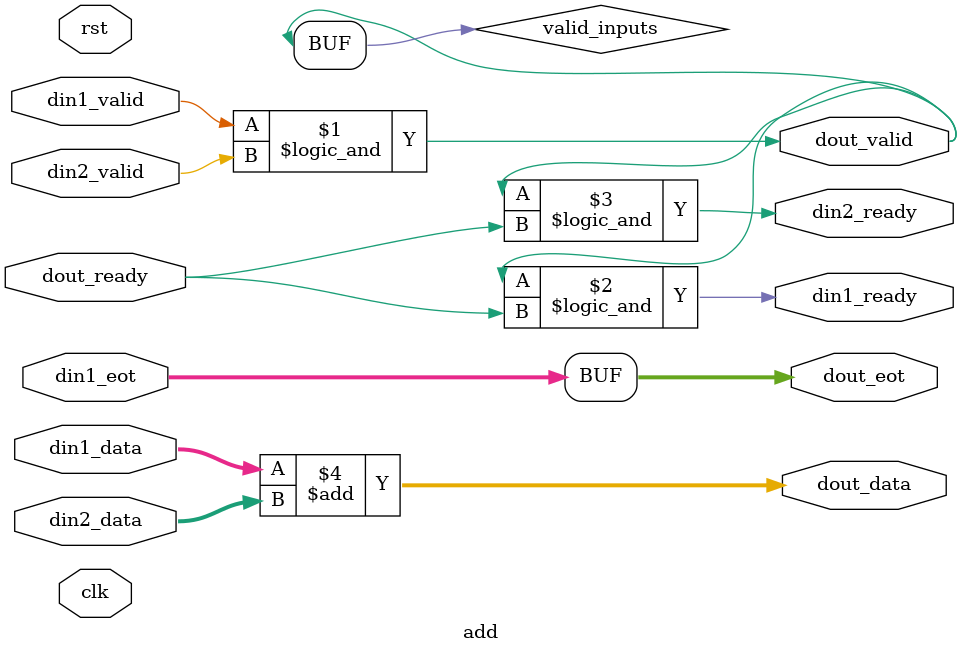
<source format=sv>
module add
  #(
    parameter W_DATA = 32)
   (
    input               clk,
    input               rst,

    input               din1_valid,
    output              din1_ready,
    input [W_DATA-1:0]  din1_data,
    input [1:0]         din1_eot,

    input               din2_valid,
    output              din2_ready,
    input [W_DATA-1:0]  din2_data,

    output              dout_valid,
    input               dout_ready,
    output [W_DATA-1:0] dout_data,
    output [1:0]        dout_eot
    );

   logic                valid_inputs;


   assign valid_inputs = din1_valid && din2_valid;

   assign din1_ready = dout_valid && dout_ready;
   assign din2_ready = dout_valid && dout_ready;

   assign dout_data = din1_data + din2_data;
   assign dout_valid = valid_inputs;
   assign dout_eot = din1_eot;




endmodule : add

</source>
